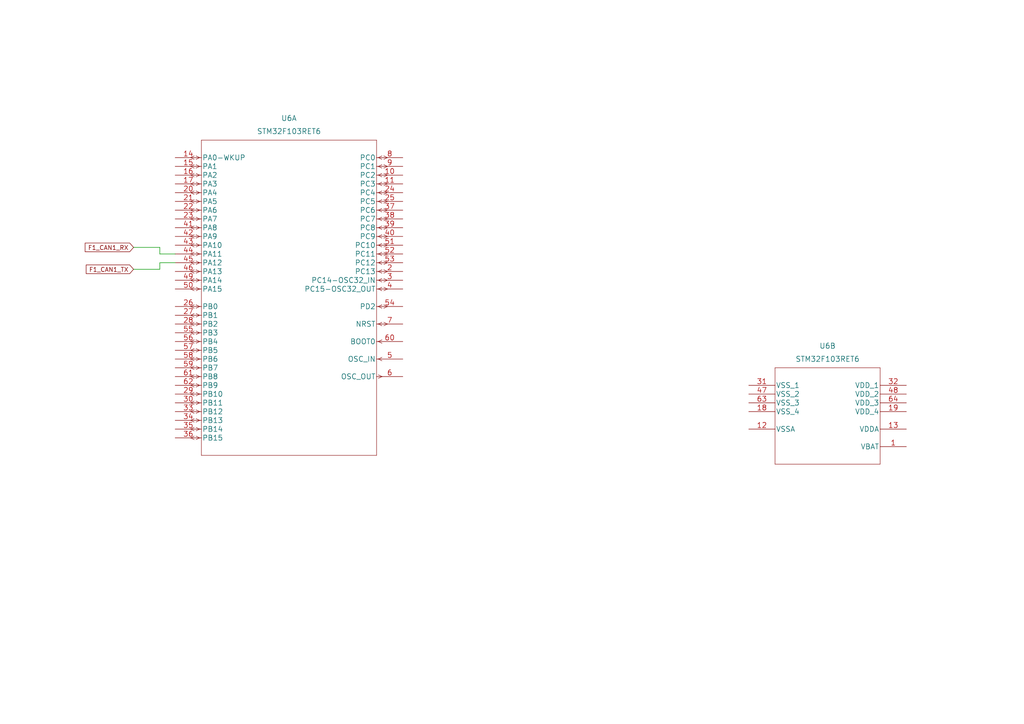
<source format=kicad_sch>
(kicad_sch (version 20211123) (generator eeschema)
  (paper "A4")
  (lib_symbols
    (symbol "STM32F103RE:STM32F103RET6" (pin_names (offset 0.254))
      (property "Reference" "U" (at 22.86 10.16 0))
      (property "Value" "STM32F103RET6" (at 22.86 7.62 0))
      (symbol "STM32F103RET6_1_1"
        (polyline (pts (xy 5.5372 -81.788) (xy 4.4958 -81.28)) (stroke (width 0.127)))
        (polyline (pts (xy 5.5372 -80.772) (xy 4.4958 -81.28)) (stroke (width 0.127)))
        (polyline (pts (xy 5.5372 -79.248) (xy 4.4958 -78.74)) (stroke (width 0.127)))
        (polyline (pts (xy 5.5372 -78.232) (xy 4.4958 -78.74)) (stroke (width 0.127)))
        (polyline (pts (xy 5.5372 -76.708) (xy 4.4958 -76.2)) (stroke (width 0.127)))
        (polyline (pts (xy 5.5372 -75.692) (xy 4.4958 -76.2)) (stroke (width 0.127)))
        (polyline (pts (xy 5.5372 -74.168) (xy 4.4958 -73.66)) (stroke (width 0.127)))
        (polyline (pts (xy 5.5372 -73.152) (xy 4.4958 -73.66)) (stroke (width 0.127)))
        (polyline (pts (xy 5.5372 -71.628) (xy 4.4958 -71.12)) (stroke (width 0.127)))
        (polyline (pts (xy 5.5372 -70.612) (xy 4.4958 -71.12)) (stroke (width 0.127)))
        (polyline (pts (xy 5.5372 -69.088) (xy 4.4958 -68.58)) (stroke (width 0.127)))
        (polyline (pts (xy 5.5372 -68.072) (xy 4.4958 -68.58)) (stroke (width 0.127)))
        (polyline (pts (xy 5.5372 -66.548) (xy 4.4958 -66.04)) (stroke (width 0.127)))
        (polyline (pts (xy 5.5372 -65.532) (xy 4.4958 -66.04)) (stroke (width 0.127)))
        (polyline (pts (xy 5.5372 -64.008) (xy 4.4958 -63.5)) (stroke (width 0.127)))
        (polyline (pts (xy 5.5372 -62.992) (xy 4.4958 -63.5)) (stroke (width 0.127)))
        (polyline (pts (xy 5.5372 -61.468) (xy 4.4958 -60.96)) (stroke (width 0.127)))
        (polyline (pts (xy 5.5372 -60.452) (xy 4.4958 -60.96)) (stroke (width 0.127)))
        (polyline (pts (xy 5.5372 -58.928) (xy 4.4958 -58.42)) (stroke (width 0.127)))
        (polyline (pts (xy 5.5372 -57.912) (xy 4.4958 -58.42)) (stroke (width 0.127)))
        (polyline (pts (xy 5.5372 -56.388) (xy 4.4958 -55.88)) (stroke (width 0.127)))
        (polyline (pts (xy 5.5372 -55.372) (xy 4.4958 -55.88)) (stroke (width 0.127)))
        (polyline (pts (xy 5.5372 -53.848) (xy 4.4958 -53.34)) (stroke (width 0.127)))
        (polyline (pts (xy 5.5372 -52.832) (xy 4.4958 -53.34)) (stroke (width 0.127)))
        (polyline (pts (xy 5.5372 -51.308) (xy 4.4958 -50.8)) (stroke (width 0.127)))
        (polyline (pts (xy 5.5372 -50.292) (xy 4.4958 -50.8)) (stroke (width 0.127)))
        (polyline (pts (xy 5.5372 -48.768) (xy 4.4958 -48.26)) (stroke (width 0.127)))
        (polyline (pts (xy 5.5372 -47.752) (xy 4.4958 -48.26)) (stroke (width 0.127)))
        (polyline (pts (xy 5.5372 -46.228) (xy 4.4958 -45.72)) (stroke (width 0.127)))
        (polyline (pts (xy 5.5372 -45.212) (xy 4.4958 -45.72)) (stroke (width 0.127)))
        (polyline (pts (xy 5.5372 -43.688) (xy 4.4958 -43.18)) (stroke (width 0.127)))
        (polyline (pts (xy 5.5372 -42.672) (xy 4.4958 -43.18)) (stroke (width 0.127)))
        (polyline (pts (xy 5.5372 -38.608) (xy 4.4958 -38.1)) (stroke (width 0.127)))
        (polyline (pts (xy 5.5372 -37.592) (xy 4.4958 -38.1)) (stroke (width 0.127)))
        (polyline (pts (xy 5.5372 -36.068) (xy 4.4958 -35.56)) (stroke (width 0.127)))
        (polyline (pts (xy 5.5372 -35.052) (xy 4.4958 -35.56)) (stroke (width 0.127)))
        (polyline (pts (xy 5.5372 -33.528) (xy 4.4958 -33.02)) (stroke (width 0.127)))
        (polyline (pts (xy 5.5372 -32.512) (xy 4.4958 -33.02)) (stroke (width 0.127)))
        (polyline (pts (xy 5.5372 -30.988) (xy 4.4958 -30.48)) (stroke (width 0.127)))
        (polyline (pts (xy 5.5372 -29.972) (xy 4.4958 -30.48)) (stroke (width 0.127)))
        (polyline (pts (xy 5.5372 -28.448) (xy 4.4958 -27.94)) (stroke (width 0.127)))
        (polyline (pts (xy 5.5372 -27.432) (xy 4.4958 -27.94)) (stroke (width 0.127)))
        (polyline (pts (xy 5.5372 -25.908) (xy 4.4958 -25.4)) (stroke (width 0.127)))
        (polyline (pts (xy 5.5372 -24.892) (xy 4.4958 -25.4)) (stroke (width 0.127)))
        (polyline (pts (xy 5.5372 -23.368) (xy 4.4958 -22.86)) (stroke (width 0.127)))
        (polyline (pts (xy 5.5372 -22.352) (xy 4.4958 -22.86)) (stroke (width 0.127)))
        (polyline (pts (xy 5.5372 -20.828) (xy 4.4958 -20.32)) (stroke (width 0.127)))
        (polyline (pts (xy 5.5372 -19.812) (xy 4.4958 -20.32)) (stroke (width 0.127)))
        (polyline (pts (xy 5.5372 -18.288) (xy 4.4958 -17.78)) (stroke (width 0.127)))
        (polyline (pts (xy 5.5372 -17.272) (xy 4.4958 -17.78)) (stroke (width 0.127)))
        (polyline (pts (xy 5.5372 -15.748) (xy 4.4958 -15.24)) (stroke (width 0.127)))
        (polyline (pts (xy 5.5372 -14.732) (xy 4.4958 -15.24)) (stroke (width 0.127)))
        (polyline (pts (xy 5.5372 -13.208) (xy 4.4958 -12.7)) (stroke (width 0.127)))
        (polyline (pts (xy 5.5372 -12.192) (xy 4.4958 -12.7)) (stroke (width 0.127)))
        (polyline (pts (xy 5.5372 -10.668) (xy 4.4958 -10.16)) (stroke (width 0.127)))
        (polyline (pts (xy 5.5372 -9.652) (xy 4.4958 -10.16)) (stroke (width 0.127)))
        (polyline (pts (xy 5.5372 -8.128) (xy 4.4958 -7.62)) (stroke (width 0.127)))
        (polyline (pts (xy 5.5372 -7.112) (xy 4.4958 -7.62)) (stroke (width 0.127)))
        (polyline (pts (xy 5.5372 -5.588) (xy 4.4958 -5.08)) (stroke (width 0.127)))
        (polyline (pts (xy 5.5372 -4.572) (xy 4.4958 -5.08)) (stroke (width 0.127)))
        (polyline (pts (xy 5.5372 -3.048) (xy 4.4958 -2.54)) (stroke (width 0.127)))
        (polyline (pts (xy 5.5372 -2.032) (xy 4.4958 -2.54)) (stroke (width 0.127)))
        (polyline (pts (xy 5.5372 -0.508) (xy 4.4958 0)) (stroke (width 0.127)))
        (polyline (pts (xy 5.5372 0.508) (xy 4.4958 0)) (stroke (width 0.127)))
        (polyline (pts (xy 7.112 -81.28) (xy 6.0452 -81.788)) (stroke (width 0.127)))
        (polyline (pts (xy 7.112 -81.28) (xy 6.0452 -80.772)) (stroke (width 0.127)))
        (polyline (pts (xy 7.112 -78.74) (xy 6.0452 -79.248)) (stroke (width 0.127)))
        (polyline (pts (xy 7.112 -78.74) (xy 6.0452 -78.232)) (stroke (width 0.127)))
        (polyline (pts (xy 7.112 -76.2) (xy 6.0452 -76.708)) (stroke (width 0.127)))
        (polyline (pts (xy 7.112 -76.2) (xy 6.0452 -75.692)) (stroke (width 0.127)))
        (polyline (pts (xy 7.112 -73.66) (xy 6.0452 -74.168)) (stroke (width 0.127)))
        (polyline (pts (xy 7.112 -73.66) (xy 6.0452 -73.152)) (stroke (width 0.127)))
        (polyline (pts (xy 7.112 -71.12) (xy 6.0452 -71.628)) (stroke (width 0.127)))
        (polyline (pts (xy 7.112 -71.12) (xy 6.0452 -70.612)) (stroke (width 0.127)))
        (polyline (pts (xy 7.112 -68.58) (xy 6.0452 -69.088)) (stroke (width 0.127)))
        (polyline (pts (xy 7.112 -68.58) (xy 6.0452 -68.072)) (stroke (width 0.127)))
        (polyline (pts (xy 7.112 -66.04) (xy 6.0452 -66.548)) (stroke (width 0.127)))
        (polyline (pts (xy 7.112 -66.04) (xy 6.0452 -65.532)) (stroke (width 0.127)))
        (polyline (pts (xy 7.112 -63.5) (xy 6.0452 -64.008)) (stroke (width 0.127)))
        (polyline (pts (xy 7.112 -63.5) (xy 6.0452 -62.992)) (stroke (width 0.127)))
        (polyline (pts (xy 7.112 -60.96) (xy 6.0452 -61.468)) (stroke (width 0.127)))
        (polyline (pts (xy 7.112 -60.96) (xy 6.0452 -60.452)) (stroke (width 0.127)))
        (polyline (pts (xy 7.112 -58.42) (xy 6.0452 -58.928)) (stroke (width 0.127)))
        (polyline (pts (xy 7.112 -58.42) (xy 6.0452 -57.912)) (stroke (width 0.127)))
        (polyline (pts (xy 7.112 -55.88) (xy 6.0452 -56.388)) (stroke (width 0.127)))
        (polyline (pts (xy 7.112 -55.88) (xy 6.0452 -55.372)) (stroke (width 0.127)))
        (polyline (pts (xy 7.112 -53.34) (xy 6.0452 -53.848)) (stroke (width 0.127)))
        (polyline (pts (xy 7.112 -53.34) (xy 6.0452 -52.832)) (stroke (width 0.127)))
        (polyline (pts (xy 7.112 -50.8) (xy 6.0452 -51.308)) (stroke (width 0.127)))
        (polyline (pts (xy 7.112 -50.8) (xy 6.0452 -50.292)) (stroke (width 0.127)))
        (polyline (pts (xy 7.112 -48.26) (xy 6.0452 -48.768)) (stroke (width 0.127)))
        (polyline (pts (xy 7.112 -48.26) (xy 6.0452 -47.752)) (stroke (width 0.127)))
        (polyline (pts (xy 7.112 -45.72) (xy 6.0452 -46.228)) (stroke (width 0.127)))
        (polyline (pts (xy 7.112 -45.72) (xy 6.0452 -45.212)) (stroke (width 0.127)))
        (polyline (pts (xy 7.112 -43.18) (xy 6.0452 -43.688)) (stroke (width 0.127)))
        (polyline (pts (xy 7.112 -43.18) (xy 6.0452 -42.672)) (stroke (width 0.127)))
        (polyline (pts (xy 7.112 -38.1) (xy 6.0452 -38.608)) (stroke (width 0.127)))
        (polyline (pts (xy 7.112 -38.1) (xy 6.0452 -37.592)) (stroke (width 0.127)))
        (polyline (pts (xy 7.112 -35.56) (xy 6.0452 -36.068)) (stroke (width 0.127)))
        (polyline (pts (xy 7.112 -35.56) (xy 6.0452 -35.052)) (stroke (width 0.127)))
        (polyline (pts (xy 7.112 -33.02) (xy 6.0452 -33.528)) (stroke (width 0.127)))
        (polyline (pts (xy 7.112 -33.02) (xy 6.0452 -32.512)) (stroke (width 0.127)))
        (polyline (pts (xy 7.112 -30.48) (xy 6.0452 -30.988)) (stroke (width 0.127)))
        (polyline (pts (xy 7.112 -30.48) (xy 6.0452 -29.972)) (stroke (width 0.127)))
        (polyline (pts (xy 7.112 -27.94) (xy 6.0452 -28.448)) (stroke (width 0.127)))
        (polyline (pts (xy 7.112 -27.94) (xy 6.0452 -27.432)) (stroke (width 0.127)))
        (polyline (pts (xy 7.112 -25.4) (xy 6.0452 -25.908)) (stroke (width 0.127)))
        (polyline (pts (xy 7.112 -25.4) (xy 6.0452 -24.892)) (stroke (width 0.127)))
        (polyline (pts (xy 7.112 -22.86) (xy 6.0452 -23.368)) (stroke (width 0.127)))
        (polyline (pts (xy 7.112 -22.86) (xy 6.0452 -22.352)) (stroke (width 0.127)))
        (polyline (pts (xy 7.112 -20.32) (xy 6.0452 -20.828)) (stroke (width 0.127)))
        (polyline (pts (xy 7.112 -20.32) (xy 6.0452 -19.812)) (stroke (width 0.127)))
        (polyline (pts (xy 7.112 -17.78) (xy 6.0452 -18.288)) (stroke (width 0.127)))
        (polyline (pts (xy 7.112 -17.78) (xy 6.0452 -17.272)) (stroke (width 0.127)))
        (polyline (pts (xy 7.112 -15.24) (xy 6.0452 -15.748)) (stroke (width 0.127)))
        (polyline (pts (xy 7.112 -15.24) (xy 6.0452 -14.732)) (stroke (width 0.127)))
        (polyline (pts (xy 7.112 -12.7) (xy 6.0452 -13.208)) (stroke (width 0.127)))
        (polyline (pts (xy 7.112 -12.7) (xy 6.0452 -12.192)) (stroke (width 0.127)))
        (polyline (pts (xy 7.112 -10.16) (xy 6.0452 -10.668)) (stroke (width 0.127)))
        (polyline (pts (xy 7.112 -10.16) (xy 6.0452 -9.652)) (stroke (width 0.127)))
        (polyline (pts (xy 7.112 -7.62) (xy 6.0452 -8.128)) (stroke (width 0.127)))
        (polyline (pts (xy 7.112 -7.62) (xy 6.0452 -7.112)) (stroke (width 0.127)))
        (polyline (pts (xy 7.112 -5.08) (xy 6.0452 -5.588)) (stroke (width 0.127)))
        (polyline (pts (xy 7.112 -5.08) (xy 6.0452 -4.572)) (stroke (width 0.127)))
        (polyline (pts (xy 7.112 -2.54) (xy 6.0452 -3.048)) (stroke (width 0.127)))
        (polyline (pts (xy 7.112 -2.54) (xy 6.0452 -2.032)) (stroke (width 0.127)))
        (polyline (pts (xy 7.112 0) (xy 6.0452 -0.508)) (stroke (width 0.127)))
        (polyline (pts (xy 7.112 0) (xy 6.0452 0.508)) (stroke (width 0.127)))
        (polyline (pts (xy 7.62 -86.36) (xy 58.42 -86.36)) (stroke (width 0.127)))
        (polyline (pts (xy 7.62 5.08) (xy 7.62 -86.36)) (stroke (width 0.127)))
        (polyline (pts (xy 58.42 -86.36) (xy 58.42 5.08)) (stroke (width 0.127)))
        (polyline (pts (xy 58.42 5.08) (xy 7.62 5.08)) (stroke (width 0.127)))
        (polyline (pts (xy 58.928 -64.008) (xy 59.9948 -63.5)) (stroke (width 0.127)))
        (polyline (pts (xy 58.928 -62.992) (xy 59.9948 -63.5)) (stroke (width 0.127)))
        (polyline (pts (xy 58.928 -58.42) (xy 59.9948 -58.928)) (stroke (width 0.127)))
        (polyline (pts (xy 58.928 -58.42) (xy 59.9948 -57.912)) (stroke (width 0.127)))
        (polyline (pts (xy 58.928 -53.34) (xy 59.9948 -53.848)) (stroke (width 0.127)))
        (polyline (pts (xy 58.928 -53.34) (xy 59.9948 -52.832)) (stroke (width 0.127)))
        (polyline (pts (xy 58.928 -48.26) (xy 59.9948 -48.768)) (stroke (width 0.127)))
        (polyline (pts (xy 58.928 -48.26) (xy 59.9948 -47.752)) (stroke (width 0.127)))
        (polyline (pts (xy 58.928 -43.18) (xy 59.9948 -43.688)) (stroke (width 0.127)))
        (polyline (pts (xy 58.928 -43.18) (xy 59.9948 -42.672)) (stroke (width 0.127)))
        (polyline (pts (xy 58.928 -38.1) (xy 59.9948 -38.608)) (stroke (width 0.127)))
        (polyline (pts (xy 58.928 -38.1) (xy 59.9948 -37.592)) (stroke (width 0.127)))
        (polyline (pts (xy 58.928 -35.56) (xy 59.9948 -36.068)) (stroke (width 0.127)))
        (polyline (pts (xy 58.928 -35.56) (xy 59.9948 -35.052)) (stroke (width 0.127)))
        (polyline (pts (xy 58.928 -33.02) (xy 59.9948 -33.528)) (stroke (width 0.127)))
        (polyline (pts (xy 58.928 -33.02) (xy 59.9948 -32.512)) (stroke (width 0.127)))
        (polyline (pts (xy 58.928 -30.48) (xy 59.9948 -30.988)) (stroke (width 0.127)))
        (polyline (pts (xy 58.928 -30.48) (xy 59.9948 -29.972)) (stroke (width 0.127)))
        (polyline (pts (xy 58.928 -27.94) (xy 59.9948 -28.448)) (stroke (width 0.127)))
        (polyline (pts (xy 58.928 -27.94) (xy 59.9948 -27.432)) (stroke (width 0.127)))
        (polyline (pts (xy 58.928 -25.4) (xy 59.9948 -25.908)) (stroke (width 0.127)))
        (polyline (pts (xy 58.928 -25.4) (xy 59.9948 -24.892)) (stroke (width 0.127)))
        (polyline (pts (xy 58.928 -22.86) (xy 59.9948 -23.368)) (stroke (width 0.127)))
        (polyline (pts (xy 58.928 -22.86) (xy 59.9948 -22.352)) (stroke (width 0.127)))
        (polyline (pts (xy 58.928 -20.32) (xy 59.9948 -20.828)) (stroke (width 0.127)))
        (polyline (pts (xy 58.928 -20.32) (xy 59.9948 -19.812)) (stroke (width 0.127)))
        (polyline (pts (xy 58.928 -17.78) (xy 59.9948 -18.288)) (stroke (width 0.127)))
        (polyline (pts (xy 58.928 -17.78) (xy 59.9948 -17.272)) (stroke (width 0.127)))
        (polyline (pts (xy 58.928 -15.24) (xy 59.9948 -15.748)) (stroke (width 0.127)))
        (polyline (pts (xy 58.928 -15.24) (xy 59.9948 -14.732)) (stroke (width 0.127)))
        (polyline (pts (xy 58.928 -12.7) (xy 59.9948 -13.208)) (stroke (width 0.127)))
        (polyline (pts (xy 58.928 -12.7) (xy 59.9948 -12.192)) (stroke (width 0.127)))
        (polyline (pts (xy 58.928 -10.16) (xy 59.9948 -10.668)) (stroke (width 0.127)))
        (polyline (pts (xy 58.928 -10.16) (xy 59.9948 -9.652)) (stroke (width 0.127)))
        (polyline (pts (xy 58.928 -7.62) (xy 59.9948 -8.128)) (stroke (width 0.127)))
        (polyline (pts (xy 58.928 -7.62) (xy 59.9948 -7.112)) (stroke (width 0.127)))
        (polyline (pts (xy 58.928 -5.08) (xy 59.9948 -5.588)) (stroke (width 0.127)))
        (polyline (pts (xy 58.928 -5.08) (xy 59.9948 -4.572)) (stroke (width 0.127)))
        (polyline (pts (xy 58.928 -2.54) (xy 59.9948 -3.048)) (stroke (width 0.127)))
        (polyline (pts (xy 58.928 -2.54) (xy 59.9948 -2.032)) (stroke (width 0.127)))
        (polyline (pts (xy 58.928 0) (xy 59.9948 -0.508)) (stroke (width 0.127)))
        (polyline (pts (xy 58.928 0) (xy 59.9948 0.508)) (stroke (width 0.127)))
        (polyline (pts (xy 60.5028 -48.768) (xy 61.5442 -48.26)) (stroke (width 0.127)))
        (polyline (pts (xy 60.5028 -47.752) (xy 61.5442 -48.26)) (stroke (width 0.127)))
        (polyline (pts (xy 60.5028 -43.688) (xy 61.5442 -43.18)) (stroke (width 0.127)))
        (polyline (pts (xy 60.5028 -42.672) (xy 61.5442 -43.18)) (stroke (width 0.127)))
        (polyline (pts (xy 60.5028 -38.608) (xy 61.5442 -38.1)) (stroke (width 0.127)))
        (polyline (pts (xy 60.5028 -37.592) (xy 61.5442 -38.1)) (stroke (width 0.127)))
        (polyline (pts (xy 60.5028 -36.068) (xy 61.5442 -35.56)) (stroke (width 0.127)))
        (polyline (pts (xy 60.5028 -35.052) (xy 61.5442 -35.56)) (stroke (width 0.127)))
        (polyline (pts (xy 60.5028 -33.528) (xy 61.5442 -33.02)) (stroke (width 0.127)))
        (polyline (pts (xy 60.5028 -32.512) (xy 61.5442 -33.02)) (stroke (width 0.127)))
        (polyline (pts (xy 60.5028 -30.988) (xy 61.5442 -30.48)) (stroke (width 0.127)))
        (polyline (pts (xy 60.5028 -29.972) (xy 61.5442 -30.48)) (stroke (width 0.127)))
        (polyline (pts (xy 60.5028 -28.448) (xy 61.5442 -27.94)) (stroke (width 0.127)))
        (polyline (pts (xy 60.5028 -27.432) (xy 61.5442 -27.94)) (stroke (width 0.127)))
        (polyline (pts (xy 60.5028 -25.908) (xy 61.5442 -25.4)) (stroke (width 0.127)))
        (polyline (pts (xy 60.5028 -24.892) (xy 61.5442 -25.4)) (stroke (width 0.127)))
        (polyline (pts (xy 60.5028 -23.368) (xy 61.5442 -22.86)) (stroke (width 0.127)))
        (polyline (pts (xy 60.5028 -22.352) (xy 61.5442 -22.86)) (stroke (width 0.127)))
        (polyline (pts (xy 60.5028 -20.828) (xy 61.5442 -20.32)) (stroke (width 0.127)))
        (polyline (pts (xy 60.5028 -19.812) (xy 61.5442 -20.32)) (stroke (width 0.127)))
        (polyline (pts (xy 60.5028 -18.288) (xy 61.5442 -17.78)) (stroke (width 0.127)))
        (polyline (pts (xy 60.5028 -17.272) (xy 61.5442 -17.78)) (stroke (width 0.127)))
        (polyline (pts (xy 60.5028 -15.748) (xy 61.5442 -15.24)) (stroke (width 0.127)))
        (polyline (pts (xy 60.5028 -14.732) (xy 61.5442 -15.24)) (stroke (width 0.127)))
        (polyline (pts (xy 60.5028 -13.208) (xy 61.5442 -12.7)) (stroke (width 0.127)))
        (polyline (pts (xy 60.5028 -12.192) (xy 61.5442 -12.7)) (stroke (width 0.127)))
        (polyline (pts (xy 60.5028 -10.668) (xy 61.5442 -10.16)) (stroke (width 0.127)))
        (polyline (pts (xy 60.5028 -9.652) (xy 61.5442 -10.16)) (stroke (width 0.127)))
        (polyline (pts (xy 60.5028 -8.128) (xy 61.5442 -7.62)) (stroke (width 0.127)))
        (polyline (pts (xy 60.5028 -7.112) (xy 61.5442 -7.62)) (stroke (width 0.127)))
        (polyline (pts (xy 60.5028 -5.588) (xy 61.5442 -5.08)) (stroke (width 0.127)))
        (polyline (pts (xy 60.5028 -4.572) (xy 61.5442 -5.08)) (stroke (width 0.127)))
        (polyline (pts (xy 60.5028 -3.048) (xy 61.5442 -2.54)) (stroke (width 0.127)))
        (polyline (pts (xy 60.5028 -2.032) (xy 61.5442 -2.54)) (stroke (width 0.127)))
        (polyline (pts (xy 60.5028 -0.508) (xy 61.5442 0)) (stroke (width 0.127)))
        (polyline (pts (xy 60.5028 0.508) (xy 61.5442 0)) (stroke (width 0.127)))
        (pin bidirectional line (at 66.04 -5.08 180) (length 7.62) (name "PC2") (number "10"))
        (pin bidirectional line (at 66.04 -7.62 180) (length 7.62) (name "PC3") (number "11"))
        (pin bidirectional line (at 0 0 0) (length 7.62) (name "PA0-WKUP") (number "14"))
        (pin bidirectional line (at 0 -2.54 0) (length 7.62) (name "PA1") (number "15"))
        (pin bidirectional line (at 0 -5.08 0) (length 7.62) (name "PA2") (number "16"))
        (pin bidirectional line (at 0 -7.62 0) (length 7.62) (name "PA3") (number "17"))
        (pin bidirectional line (at 66.04 -33.02 180) (length 7.62) (name "PC13") (number "2"))
        (pin bidirectional line (at 0 -10.16 0) (length 7.62) (name "PA4") (number "20"))
        (pin bidirectional line (at 0 -12.7 0) (length 7.62) (name "PA5") (number "21"))
        (pin bidirectional line (at 0 -15.24 0) (length 7.62) (name "PA6") (number "22"))
        (pin bidirectional line (at 0 -17.78 0) (length 7.62) (name "PA7") (number "23"))
        (pin bidirectional line (at 66.04 -10.16 180) (length 7.62) (name "PC4") (number "24"))
        (pin bidirectional line (at 66.04 -12.7 180) (length 7.62) (name "PC5") (number "25"))
        (pin bidirectional line (at 0 -43.18 0) (length 7.62) (name "PB0") (number "26"))
        (pin bidirectional line (at 0 -45.72 0) (length 7.62) (name "PB1") (number "27"))
        (pin bidirectional line (at 0 -48.26 0) (length 7.62) (name "PB2") (number "28"))
        (pin bidirectional line (at 0 -68.58 0) (length 7.62) (name "PB10") (number "29"))
        (pin bidirectional line (at 66.04 -35.56 180) (length 7.62) (name "PC14-OSC32_IN") (number "3"))
        (pin bidirectional line (at 0 -71.12 0) (length 7.62) (name "PB11") (number "30"))
        (pin bidirectional line (at 0 -73.66 0) (length 7.62) (name "PB12") (number "33"))
        (pin bidirectional line (at 0 -76.2 0) (length 7.62) (name "PB13") (number "34"))
        (pin bidirectional line (at 0 -78.74 0) (length 7.62) (name "PB14") (number "35"))
        (pin bidirectional line (at 0 -81.28 0) (length 7.62) (name "PB15") (number "36"))
        (pin bidirectional line (at 66.04 -15.24 180) (length 7.62) (name "PC6") (number "37"))
        (pin bidirectional line (at 66.04 -17.78 180) (length 7.62) (name "PC7") (number "38"))
        (pin bidirectional line (at 66.04 -20.32 180) (length 7.62) (name "PC8") (number "39"))
        (pin bidirectional line (at 66.04 -38.1 180) (length 7.62) (name "PC15-OSC32_OUT") (number "4"))
        (pin bidirectional line (at 66.04 -22.86 180) (length 7.62) (name "PC9") (number "40"))
        (pin bidirectional line (at 0 -20.32 0) (length 7.62) (name "PA8") (number "41"))
        (pin bidirectional line (at 0 -22.86 0) (length 7.62) (name "PA9") (number "42"))
        (pin bidirectional line (at 0 -25.4 0) (length 7.62) (name "PA10") (number "43"))
        (pin bidirectional line (at 0 -27.94 0) (length 7.62) (name "PA11") (number "44"))
        (pin bidirectional line (at 0 -30.48 0) (length 7.62) (name "PA12") (number "45"))
        (pin bidirectional line (at 0 -33.02 0) (length 7.62) (name "PA13") (number "46"))
        (pin bidirectional line (at 0 -35.56 0) (length 7.62) (name "PA14") (number "49"))
        (pin input line (at 66.04 -58.42 180) (length 7.62) (name "OSC_IN") (number "5"))
        (pin bidirectional line (at 0 -38.1 0) (length 7.62) (name "PA15") (number "50"))
        (pin bidirectional line (at 66.04 -25.4 180) (length 7.62) (name "PC10") (number "51"))
        (pin bidirectional line (at 66.04 -27.94 180) (length 7.62) (name "PC11") (number "52"))
        (pin bidirectional line (at 66.04 -30.48 180) (length 7.62) (name "PC12") (number "53"))
        (pin bidirectional line (at 66.04 -43.18 180) (length 7.62) (name "PD2") (number "54"))
        (pin bidirectional line (at 0 -50.8 0) (length 7.62) (name "PB3") (number "55"))
        (pin bidirectional line (at 0 -53.34 0) (length 7.62) (name "PB4") (number "56"))
        (pin bidirectional line (at 0 -55.88 0) (length 7.62) (name "PB5") (number "57"))
        (pin bidirectional line (at 0 -58.42 0) (length 7.62) (name "PB6") (number "58"))
        (pin bidirectional line (at 0 -60.96 0) (length 7.62) (name "PB7") (number "59"))
        (pin output line (at 66.04 -63.5 180) (length 7.62) (name "OSC_OUT") (number "6"))
        (pin input line (at 66.04 -53.34 180) (length 7.62) (name "BOOT0") (number "60"))
        (pin bidirectional line (at 0 -63.5 0) (length 7.62) (name "PB8") (number "61"))
        (pin bidirectional line (at 0 -66.04 0) (length 7.62) (name "PB9") (number "62"))
        (pin bidirectional line (at 66.04 -48.26 180) (length 7.62) (name "NRST") (number "7"))
        (pin bidirectional line (at 66.04 0 180) (length 7.62) (name "PC0") (number "8"))
        (pin bidirectional line (at 66.04 -2.54 180) (length 7.62) (name "PC1") (number "9"))
      )
      (symbol "STM32F103RET6_2_1"
        (polyline (pts (xy 7.62 -22.86) (xy 38.1 -22.86)) (stroke (width 0.127)))
        (polyline (pts (xy 7.62 5.08) (xy 7.62 -22.86)) (stroke (width 0.127)))
        (polyline (pts (xy 38.1 -22.86) (xy 38.1 5.08)) (stroke (width 0.127)))
        (polyline (pts (xy 38.1 5.08) (xy 7.62 5.08)) (stroke (width 0.127)))
        (pin power_in line (at 45.72 -17.78 180) (length 7.62) (name "VBAT") (number "1"))
        (pin power_in line (at 0 -12.7 0) (length 7.62) (name "VSSA") (number "12"))
        (pin power_in line (at 45.72 -12.7 180) (length 7.62) (name "VDDA") (number "13"))
        (pin power_in line (at 0 -7.62 0) (length 7.62) (name "VSS_4") (number "18"))
        (pin power_in line (at 45.72 -7.62 180) (length 7.62) (name "VDD_4") (number "19"))
        (pin power_in line (at 0 0 0) (length 7.62) (name "VSS_1") (number "31"))
        (pin power_in line (at 45.72 0 180) (length 7.62) (name "VDD_1") (number "32"))
        (pin power_in line (at 0 -2.54 0) (length 7.62) (name "VSS_2") (number "47"))
        (pin power_in line (at 45.72 -2.54 180) (length 7.62) (name "VDD_2") (number "48"))
        (pin power_in line (at 0 -5.08 0) (length 7.62) (name "VSS_3") (number "63"))
        (pin power_in line (at 45.72 -5.08 180) (length 7.62) (name "VDD_3") (number "64"))
      )
    )
  )
  (wire (pts (xy 38.735 78.105) (xy 46.355 78.105)))
  (wire (pts (xy 46.355 73.66) (xy 46.355 71.755)))
  (wire (pts (xy 38.735 71.755) (xy 46.355 71.755)))
  (wire (pts (xy 50.8 73.66) (xy 46.355 73.66)))
  (wire (pts (xy 46.355 76.2) (xy 46.355 78.105)))
  (wire (pts (xy 50.8 76.2) (xy 46.355 76.2)))
  (global_label "F1_CAN1_RX" (shape input) (at 38.735 71.755 180) (property "Intersheet References" "${INTERSHEET_REFS}" (effects hide)))
  (global_label "F1_CAN1_TX" (shape input) (at 38.735 78.105 180) (property "Intersheet References" "${INTERSHEET_REFS}" (effects hide)))
  (symbol (lib_id "STM32F103RE:STM32F103RET6") (at 50.8 45.72 0) (unit 1)
    (property "Reference" "U6" (at 83.82 34.29 0) (effects (font (size 1.524 1.524))))
    (property "Value" "STM32F103RET6" (at 83.82 38.1 0) (effects (font (size 1.524 1.524))))
    (property "Footprint" "Package_QFP:LQFP-64_10x10mm_P0.5mm" (effects hide))
    (property "Datasheet" "https://www.st.com/content/st_com/en/products/microcontrollers-microprocessors/stm32-32-bit-arm-cortex-mcus/stm32-mainstream-mcus/stm32f1-series/stm32f103/stm32f103re.html#" (effects hide))
  )
  (symbol (lib_id "STM32F103RE:STM32F103RET6") (at 217.17 111.76 0) (unit 2)
    (property "Reference" "U6" (at 240.03 100.33 0) (effects (font (size 1.524 1.524))))
    (property "Value" "STM32F103RET6" (at 240.03 104.14 0) (effects (font (size 1.524 1.524))))
    (property "Footprint" "Package_QFP:LQFP-64_10x10mm_P0.5mm" (effects hide))
    (property "Datasheet" "https://www.st.com/content/st_com/en/products/microcontrollers-microprocessors/stm32-32-bit-arm-cortex-mcus/stm32-mainstream-mcus/stm32f1-series/stm32f103/stm32f103re.html#" (effects hide))
  )
)
</source>
